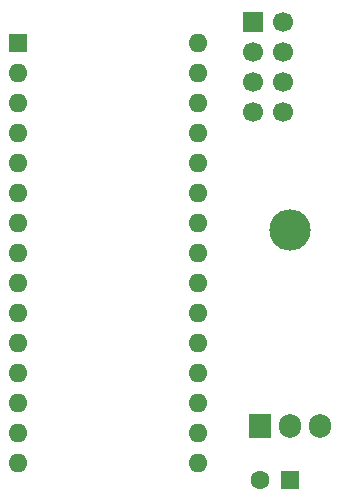
<source format=gbr>
%TF.GenerationSoftware,KiCad,Pcbnew,8.0.2*%
%TF.CreationDate,2024-05-05T23:20:41+02:00*%
%TF.ProjectId,arduino_nrf24_oled,61726475-696e-46f5-9f6e-726632345f6f,rev?*%
%TF.SameCoordinates,Original*%
%TF.FileFunction,Soldermask,Top*%
%TF.FilePolarity,Negative*%
%FSLAX46Y46*%
G04 Gerber Fmt 4.6, Leading zero omitted, Abs format (unit mm)*
G04 Created by KiCad (PCBNEW 8.0.2) date 2024-05-05 23:20:41*
%MOMM*%
%LPD*%
G01*
G04 APERTURE LIST*
%ADD10R,1.600000X1.600000*%
%ADD11C,1.600000*%
%ADD12O,1.600000X1.600000*%
%ADD13O,3.500000X3.500000*%
%ADD14R,1.905000X2.000000*%
%ADD15O,1.905000X2.000000*%
%ADD16R,1.700000X1.700000*%
%ADD17C,1.700000*%
G04 APERTURE END LIST*
D10*
%TO.C,C1*%
X121234200Y-79506200D03*
D11*
X118734200Y-79506200D03*
%TD*%
D10*
%TO.C,A1*%
X98184200Y-42556200D03*
D12*
X98184200Y-45096200D03*
X98184200Y-47636200D03*
X98184200Y-50176200D03*
X98184200Y-52716200D03*
X98184200Y-55256200D03*
X98184200Y-57796200D03*
X98184200Y-60336200D03*
X98184200Y-62876200D03*
X98184200Y-65416200D03*
X98184200Y-67956200D03*
X98184200Y-70496200D03*
X98184200Y-73036200D03*
X98184200Y-75576200D03*
X98184200Y-78116200D03*
X113424200Y-78116200D03*
X113424200Y-75576200D03*
X113424200Y-73036200D03*
X113424200Y-70496200D03*
X113424200Y-67956200D03*
X113424200Y-65416200D03*
X113424200Y-62876200D03*
X113424200Y-60336200D03*
X113424200Y-57796200D03*
X113424200Y-55256200D03*
X113424200Y-52716200D03*
X113424200Y-50176200D03*
X113424200Y-47636200D03*
X113424200Y-45096200D03*
X113424200Y-42556200D03*
%TD*%
D13*
%TO.C,U2*%
X121234200Y-58346200D03*
D14*
X118694200Y-75006200D03*
D15*
X121234200Y-75006200D03*
X123774200Y-75006200D03*
%TD*%
D16*
%TO.C,NRF24l01*%
X118155200Y-40746200D03*
D17*
X120695200Y-40746200D03*
X118155200Y-43286200D03*
X120695200Y-43286200D03*
X118155200Y-45826200D03*
X120695200Y-45826200D03*
X118155200Y-48366200D03*
X120695200Y-48366200D03*
%TD*%
M02*

</source>
